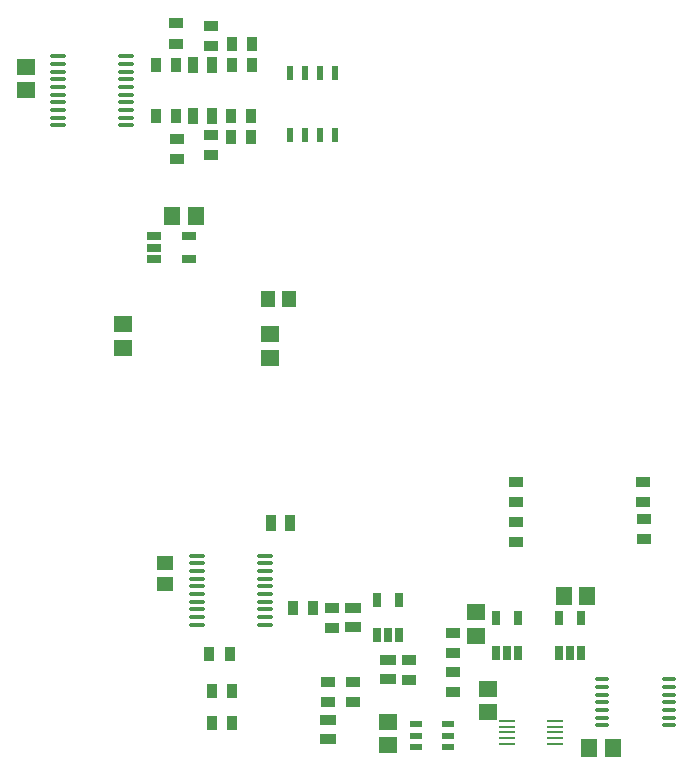
<source format=gbr>
%TF.GenerationSoftware,Altium Limited,Altium Designer,18.0.9 (584)*%
G04 Layer_Color=8421504*
%FSLAX26Y26*%
%MOIN*%
%TF.FileFunction,Paste,Top*%
%TF.Part,Single*%
G01*
G75*
%TA.AperFunction,SMDPad,CuDef*%
%ADD10R,0.061024X0.053150*%
%ADD11R,0.053150X0.061024*%
%ADD12R,0.051181X0.033465*%
%ADD13O,0.055118X0.013780*%
%ADD14R,0.057087X0.045276*%
%ADD15R,0.039370X0.023622*%
%ADD16R,0.037402X0.053150*%
G04:AMPARAMS|DCode=17|XSize=25.591mil|YSize=47.244mil|CornerRadius=1.919mil|HoleSize=0mil|Usage=FLASHONLY|Rotation=180.000|XOffset=0mil|YOffset=0mil|HoleType=Round|Shape=RoundedRectangle|*
%AMROUNDEDRECTD17*
21,1,0.025591,0.043406,0,0,180.0*
21,1,0.021752,0.047244,0,0,180.0*
1,1,0.003839,-0.010876,0.021703*
1,1,0.003839,0.010876,0.021703*
1,1,0.003839,0.010876,-0.021703*
1,1,0.003839,-0.010876,-0.021703*
%
%ADD17ROUNDEDRECTD17*%
G04:AMPARAMS|DCode=18|XSize=21.654mil|YSize=49.213mil|CornerRadius=1.949mil|HoleSize=0mil|Usage=FLASHONLY|Rotation=0.000|XOffset=0mil|YOffset=0mil|HoleType=Round|Shape=RoundedRectangle|*
%AMROUNDEDRECTD18*
21,1,0.021654,0.045315,0,0,0.0*
21,1,0.017756,0.049213,0,0,0.0*
1,1,0.003898,0.008878,-0.022657*
1,1,0.003898,-0.008878,-0.022657*
1,1,0.003898,-0.008878,0.022657*
1,1,0.003898,0.008878,0.022657*
%
%ADD18ROUNDEDRECTD18*%
%ADD19O,0.049213X0.013780*%
%ADD20O,0.057087X0.009842*%
G04:AMPARAMS|DCode=21|XSize=25.591mil|YSize=47.244mil|CornerRadius=1.919mil|HoleSize=0mil|Usage=FLASHONLY|Rotation=90.000|XOffset=0mil|YOffset=0mil|HoleType=Round|Shape=RoundedRectangle|*
%AMROUNDEDRECTD21*
21,1,0.025591,0.043406,0,0,90.0*
21,1,0.021752,0.047244,0,0,90.0*
1,1,0.003839,0.021703,0.010876*
1,1,0.003839,0.021703,-0.010876*
1,1,0.003839,-0.021703,-0.010876*
1,1,0.003839,-0.021703,0.010876*
%
%ADD21ROUNDEDRECTD21*%
%ADD22R,0.033465X0.051181*%
%ADD23R,0.053150X0.037402*%
%ADD24R,0.045276X0.057087*%
D10*
X1647386Y1209197D02*
D03*
Y1287937D02*
D03*
X1687110Y1032480D02*
D03*
Y953740D02*
D03*
X1355110Y922480D02*
D03*
Y843740D02*
D03*
X473110Y2167740D02*
D03*
Y2246480D02*
D03*
X963110Y2214480D02*
D03*
Y2135740D02*
D03*
X147110Y3105276D02*
D03*
Y3026535D02*
D03*
D11*
X2104480Y833110D02*
D03*
X2025740D02*
D03*
X2019733Y1340110D02*
D03*
X1940992D02*
D03*
X634740Y2606110D02*
D03*
X713480D02*
D03*
D12*
X1571110Y1216575D02*
D03*
Y1149646D02*
D03*
X1783110Y1519646D02*
D03*
Y1586575D02*
D03*
X2208110Y1531646D02*
D03*
Y1598575D02*
D03*
X2205110Y1653646D02*
D03*
Y1720575D02*
D03*
X1783110Y1653646D02*
D03*
Y1720575D02*
D03*
X1570362Y1089109D02*
D03*
Y1022180D02*
D03*
X648110Y3182646D02*
D03*
Y3249575D02*
D03*
X651110Y2798646D02*
D03*
Y2865575D02*
D03*
X764110Y2877575D02*
D03*
Y2810646D02*
D03*
X766110Y3174646D02*
D03*
Y3241575D02*
D03*
X1168110Y1302575D02*
D03*
Y1235646D02*
D03*
X1155110Y1054575D02*
D03*
Y987646D02*
D03*
X1237110Y1054575D02*
D03*
Y987646D02*
D03*
X1425110Y1128575D02*
D03*
Y1061646D02*
D03*
D13*
X716922Y1475268D02*
D03*
Y1449678D02*
D03*
Y1424086D02*
D03*
Y1398496D02*
D03*
Y1372906D02*
D03*
Y1347314D02*
D03*
Y1321724D02*
D03*
Y1296134D02*
D03*
Y1270544D02*
D03*
Y1244952D02*
D03*
X943300Y1475268D02*
D03*
Y1449678D02*
D03*
Y1424086D02*
D03*
Y1398496D02*
D03*
Y1372906D02*
D03*
Y1347314D02*
D03*
Y1321724D02*
D03*
Y1296134D02*
D03*
Y1270544D02*
D03*
Y1244952D02*
D03*
X255944Y3139724D02*
D03*
Y3114134D02*
D03*
Y3088544D02*
D03*
Y3062952D02*
D03*
Y3037362D02*
D03*
Y3011772D02*
D03*
Y2986182D02*
D03*
Y2960590D02*
D03*
Y2935000D02*
D03*
Y2909410D02*
D03*
X482322Y3139724D02*
D03*
Y3114134D02*
D03*
Y3088544D02*
D03*
Y3062952D02*
D03*
Y3037362D02*
D03*
Y3011772D02*
D03*
Y2986182D02*
D03*
Y2960590D02*
D03*
Y2935000D02*
D03*
Y2909410D02*
D03*
D14*
X610110Y1379678D02*
D03*
Y1450544D02*
D03*
D15*
X1447574Y912796D02*
D03*
Y875394D02*
D03*
Y837992D02*
D03*
X1555842D02*
D03*
Y875394D02*
D03*
Y912796D02*
D03*
D16*
X703614Y3110111D02*
D03*
X766606D02*
D03*
X704614Y2941111D02*
D03*
X767606D02*
D03*
X965614Y1585110D02*
D03*
X1028606D02*
D03*
D17*
X1317984Y1212496D02*
D03*
X1355386D02*
D03*
X1392788D02*
D03*
Y1328638D02*
D03*
X1317984D02*
D03*
X1924386Y1149932D02*
D03*
X1961788D02*
D03*
X1999188D02*
D03*
Y1266074D02*
D03*
X1924386D02*
D03*
X1714216Y1151496D02*
D03*
X1751618D02*
D03*
X1789018D02*
D03*
Y1267638D02*
D03*
X1714216D02*
D03*
D18*
X1179134Y3082914D02*
D03*
X1129134D02*
D03*
X1079134D02*
D03*
X1029134D02*
D03*
X1179134Y2876220D02*
D03*
X1129134D02*
D03*
X1079134D02*
D03*
X1029134D02*
D03*
D19*
X2069622Y1063386D02*
D03*
Y1037796D02*
D03*
Y1012204D02*
D03*
Y986614D02*
D03*
Y961024D02*
D03*
Y935434D02*
D03*
Y909842D02*
D03*
X2292062Y1063386D02*
D03*
Y1037796D02*
D03*
Y1012204D02*
D03*
Y986614D02*
D03*
Y961024D02*
D03*
Y935434D02*
D03*
Y909842D02*
D03*
D20*
X1910292Y846772D02*
D03*
Y866456D02*
D03*
Y886142D02*
D03*
Y905826D02*
D03*
Y925512D02*
D03*
X1750842Y846772D02*
D03*
Y866456D02*
D03*
Y886142D02*
D03*
Y905826D02*
D03*
Y925512D02*
D03*
D21*
X574040Y2539512D02*
D03*
Y2502110D02*
D03*
Y2464708D02*
D03*
X690182D02*
D03*
Y2539512D02*
D03*
D22*
X835646Y3110110D02*
D03*
X902575D02*
D03*
X834646Y3181110D02*
D03*
X901575D02*
D03*
X832646Y2871110D02*
D03*
X899575D02*
D03*
X647575Y2941095D02*
D03*
X580646D02*
D03*
X832646D02*
D03*
X899575D02*
D03*
X581646Y3110110D02*
D03*
X648575D02*
D03*
X1038646Y1301110D02*
D03*
X1105575D02*
D03*
X826575Y1148110D02*
D03*
X759646D02*
D03*
X833575Y917110D02*
D03*
X766646D02*
D03*
X833575Y1024110D02*
D03*
X766646D02*
D03*
D23*
X1238110Y1237614D02*
D03*
Y1300606D02*
D03*
X1356110Y1063614D02*
D03*
Y1126606D02*
D03*
X1156110Y927606D02*
D03*
Y864614D02*
D03*
D24*
X1026543Y2331110D02*
D03*
X955677D02*
D03*
%TF.MD5,e35add082cf8af51b754c511ea5232b2*%
M02*

</source>
